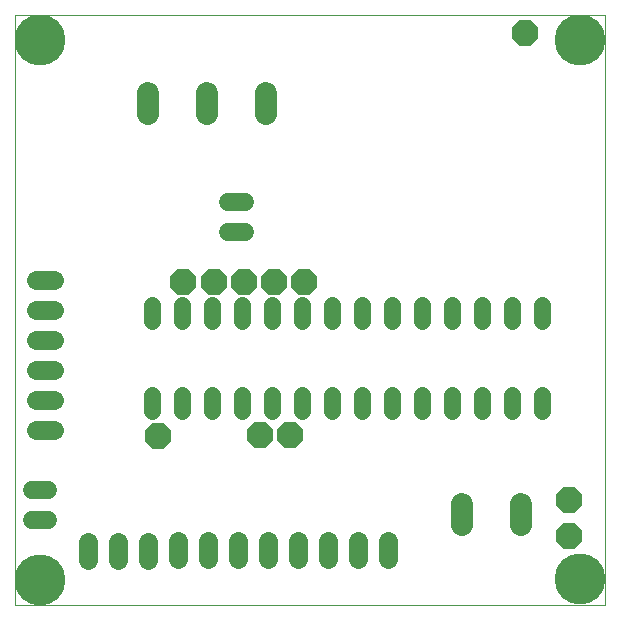
<source format=gts>
G75*
%MOIN*%
%OFA0B0*%
%FSLAX24Y24*%
%IPPOS*%
%LPD*%
%AMOC8*
5,1,8,0,0,1.08239X$1,22.5*
%
%ADD10C,0.0000*%
%ADD11OC8,0.0890*%
%ADD12C,0.0640*%
%ADD13C,0.0560*%
%ADD14C,0.0745*%
%ADD15C,0.0600*%
%ADD16C,0.1700*%
D10*
X000180Y000180D02*
X000180Y019865D01*
X019865Y019865D01*
X019865Y000180D01*
X000180Y000180D01*
D11*
X004943Y005805D03*
X008358Y005838D03*
X009358Y005838D03*
X009817Y010961D03*
X008817Y010961D03*
X007817Y010961D03*
X006816Y010961D03*
X005796Y010961D03*
X017192Y019270D03*
X018645Y003674D03*
X018642Y002490D03*
D12*
X012615Y002328D02*
X012615Y001728D01*
X011615Y001728D02*
X011615Y002328D01*
X010615Y002328D02*
X010615Y001728D01*
X009615Y001728D02*
X009615Y002328D01*
X008615Y002328D02*
X008615Y001728D01*
X007615Y001728D02*
X007615Y002328D01*
X006615Y002328D02*
X006615Y001728D01*
X005615Y001728D02*
X005615Y002328D01*
X004625Y002301D02*
X004625Y001701D01*
X003625Y001701D02*
X003625Y002301D01*
X002625Y002301D02*
X002625Y001701D01*
X001480Y006006D02*
X000880Y006006D01*
X000880Y007006D02*
X001480Y007006D01*
X001480Y008006D02*
X000880Y008006D01*
X000880Y009006D02*
X001480Y009006D01*
X001480Y010006D02*
X000880Y010006D01*
X000880Y011006D02*
X001480Y011006D01*
D13*
X004752Y010190D02*
X004752Y009670D01*
X005752Y009670D02*
X005752Y010190D01*
X006752Y010190D02*
X006752Y009670D01*
X007752Y009670D02*
X007752Y010190D01*
X008752Y010190D02*
X008752Y009670D01*
X009752Y009670D02*
X009752Y010190D01*
X010752Y010190D02*
X010752Y009670D01*
X011752Y009670D02*
X011752Y010190D01*
X012752Y010190D02*
X012752Y009670D01*
X013752Y009670D02*
X013752Y010190D01*
X014752Y010190D02*
X014752Y009670D01*
X015752Y009670D02*
X015752Y010190D01*
X016752Y010190D02*
X016752Y009670D01*
X017752Y009670D02*
X017752Y010190D01*
X017752Y007190D02*
X017752Y006670D01*
X016752Y006670D02*
X016752Y007190D01*
X015752Y007190D02*
X015752Y006670D01*
X014752Y006670D02*
X014752Y007190D01*
X013752Y007190D02*
X013752Y006670D01*
X012752Y006670D02*
X012752Y007190D01*
X011752Y007190D02*
X011752Y006670D01*
X010752Y006670D02*
X010752Y007190D01*
X009752Y007190D02*
X009752Y006670D01*
X008752Y006670D02*
X008752Y007190D01*
X007752Y007190D02*
X007752Y006670D01*
X006752Y006670D02*
X006752Y007190D01*
X005752Y007190D02*
X005752Y006670D01*
X004752Y006670D02*
X004752Y007190D01*
D14*
X004612Y016562D02*
X004612Y017267D01*
X006581Y017267D02*
X006581Y016562D01*
X008549Y016562D02*
X008549Y017267D01*
X015072Y003546D02*
X015072Y002841D01*
X017040Y002841D02*
X017040Y003546D01*
D15*
X007860Y012609D02*
X007300Y012609D01*
X007300Y013609D02*
X007860Y013609D01*
X001299Y004012D02*
X000739Y004012D01*
X000739Y003012D02*
X001299Y003012D01*
D16*
X001030Y001030D03*
X001031Y019005D03*
X019012Y019007D03*
X019010Y001042D03*
M02*

</source>
